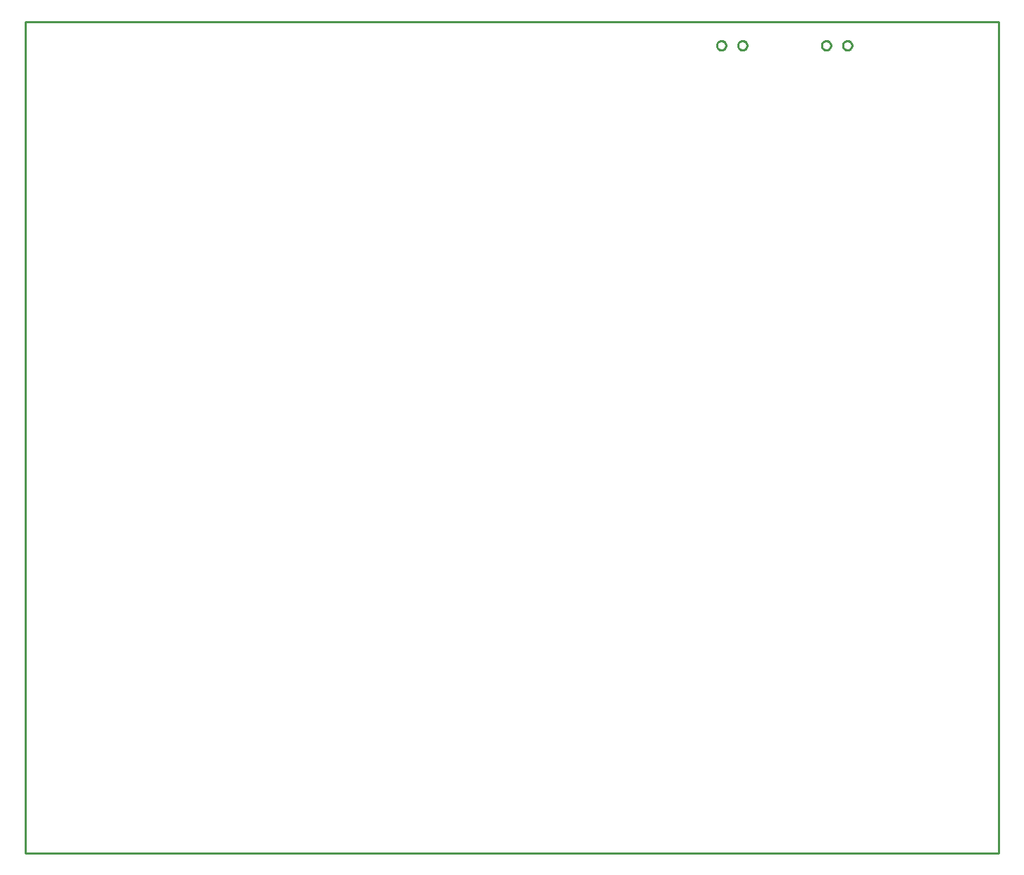
<source format=gbr>
G04 EAGLE Gerber RS-274X export*
G75*
%MOMM*%
%FSLAX34Y34*%
%LPD*%
%IN*%
%IPPOS*%
%AMOC8*
5,1,8,0,0,1.08239X$1,22.5*%
G01*
%ADD10C,0.254000*%


D10*
X0Y0D02*
X1170000Y0D01*
X1170000Y1000000D01*
X0Y1000000D01*
X0Y0D01*
X982600Y971709D02*
X982669Y972323D01*
X982807Y972925D01*
X983011Y973508D01*
X983279Y974065D01*
X983607Y974588D01*
X983993Y975071D01*
X984429Y975508D01*
X984912Y975893D01*
X985435Y976221D01*
X985992Y976489D01*
X986575Y976693D01*
X987177Y976831D01*
X987791Y976900D01*
X988409Y976900D01*
X989023Y976831D01*
X989625Y976693D01*
X990208Y976489D01*
X990765Y976221D01*
X991288Y975893D01*
X991771Y975508D01*
X992208Y975071D01*
X992593Y974588D01*
X992921Y974065D01*
X993189Y973508D01*
X993393Y972925D01*
X993531Y972323D01*
X993600Y971709D01*
X993600Y971091D01*
X993531Y970477D01*
X993393Y969875D01*
X993189Y969292D01*
X992921Y968735D01*
X992593Y968212D01*
X992208Y967729D01*
X991771Y967293D01*
X991288Y966907D01*
X990765Y966579D01*
X990208Y966311D01*
X989625Y966107D01*
X989023Y965969D01*
X988409Y965900D01*
X987791Y965900D01*
X987177Y965969D01*
X986575Y966107D01*
X985992Y966311D01*
X985435Y966579D01*
X984912Y966907D01*
X984429Y967293D01*
X983993Y967729D01*
X983607Y968212D01*
X983279Y968735D01*
X983011Y969292D01*
X982807Y969875D01*
X982669Y970477D01*
X982600Y971091D01*
X982600Y971709D01*
X957200Y971709D02*
X957269Y972323D01*
X957407Y972925D01*
X957611Y973508D01*
X957879Y974065D01*
X958207Y974588D01*
X958593Y975071D01*
X959029Y975508D01*
X959512Y975893D01*
X960035Y976221D01*
X960592Y976489D01*
X961175Y976693D01*
X961777Y976831D01*
X962391Y976900D01*
X963009Y976900D01*
X963623Y976831D01*
X964225Y976693D01*
X964808Y976489D01*
X965365Y976221D01*
X965888Y975893D01*
X966371Y975508D01*
X966808Y975071D01*
X967193Y974588D01*
X967521Y974065D01*
X967789Y973508D01*
X967993Y972925D01*
X968131Y972323D01*
X968200Y971709D01*
X968200Y971091D01*
X968131Y970477D01*
X967993Y969875D01*
X967789Y969292D01*
X967521Y968735D01*
X967193Y968212D01*
X966808Y967729D01*
X966371Y967293D01*
X965888Y966907D01*
X965365Y966579D01*
X964808Y966311D01*
X964225Y966107D01*
X963623Y965969D01*
X963009Y965900D01*
X962391Y965900D01*
X961777Y965969D01*
X961175Y966107D01*
X960592Y966311D01*
X960035Y966579D01*
X959512Y966907D01*
X959029Y967293D01*
X958593Y967729D01*
X958207Y968212D01*
X957879Y968735D01*
X957611Y969292D01*
X957407Y969875D01*
X957269Y970477D01*
X957200Y971091D01*
X957200Y971709D01*
X856500Y971709D02*
X856569Y972323D01*
X856707Y972925D01*
X856911Y973508D01*
X857179Y974065D01*
X857507Y974588D01*
X857893Y975071D01*
X858329Y975508D01*
X858812Y975893D01*
X859335Y976221D01*
X859892Y976489D01*
X860475Y976693D01*
X861077Y976831D01*
X861691Y976900D01*
X862309Y976900D01*
X862923Y976831D01*
X863525Y976693D01*
X864108Y976489D01*
X864665Y976221D01*
X865188Y975893D01*
X865671Y975508D01*
X866108Y975071D01*
X866493Y974588D01*
X866821Y974065D01*
X867089Y973508D01*
X867293Y972925D01*
X867431Y972323D01*
X867500Y971709D01*
X867500Y971091D01*
X867431Y970477D01*
X867293Y969875D01*
X867089Y969292D01*
X866821Y968735D01*
X866493Y968212D01*
X866108Y967729D01*
X865671Y967293D01*
X865188Y966907D01*
X864665Y966579D01*
X864108Y966311D01*
X863525Y966107D01*
X862923Y965969D01*
X862309Y965900D01*
X861691Y965900D01*
X861077Y965969D01*
X860475Y966107D01*
X859892Y966311D01*
X859335Y966579D01*
X858812Y966907D01*
X858329Y967293D01*
X857893Y967729D01*
X857507Y968212D01*
X857179Y968735D01*
X856911Y969292D01*
X856707Y969875D01*
X856569Y970477D01*
X856500Y971091D01*
X856500Y971709D01*
X831100Y971709D02*
X831169Y972323D01*
X831307Y972925D01*
X831511Y973508D01*
X831779Y974065D01*
X832107Y974588D01*
X832493Y975071D01*
X832929Y975508D01*
X833412Y975893D01*
X833935Y976221D01*
X834492Y976489D01*
X835075Y976693D01*
X835677Y976831D01*
X836291Y976900D01*
X836909Y976900D01*
X837523Y976831D01*
X838125Y976693D01*
X838708Y976489D01*
X839265Y976221D01*
X839788Y975893D01*
X840271Y975508D01*
X840708Y975071D01*
X841093Y974588D01*
X841421Y974065D01*
X841689Y973508D01*
X841893Y972925D01*
X842031Y972323D01*
X842100Y971709D01*
X842100Y971091D01*
X842031Y970477D01*
X841893Y969875D01*
X841689Y969292D01*
X841421Y968735D01*
X841093Y968212D01*
X840708Y967729D01*
X840271Y967293D01*
X839788Y966907D01*
X839265Y966579D01*
X838708Y966311D01*
X838125Y966107D01*
X837523Y965969D01*
X836909Y965900D01*
X836291Y965900D01*
X835677Y965969D01*
X835075Y966107D01*
X834492Y966311D01*
X833935Y966579D01*
X833412Y966907D01*
X832929Y967293D01*
X832493Y967729D01*
X832107Y968212D01*
X831779Y968735D01*
X831511Y969292D01*
X831307Y969875D01*
X831169Y970477D01*
X831100Y971091D01*
X831100Y971709D01*
M02*

</source>
